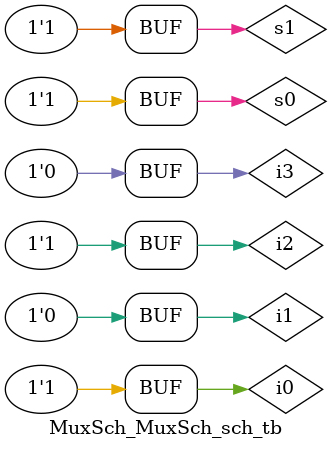
<source format=v>

`timescale 1ns / 1ps

module MuxSch_MuxSch_sch_tb();


// Inputs
	reg s1;
	reg s0;
	reg i0;
	reg i1;
	reg i2;
	reg i3;

	// Outputs
	wire d;

	// Instantiate the Unit Under Test (UUT)
	MuxSch uut (
		.s1(s1), 
		.s0(s0),
		.i0(i0), 
		.i1(i1), 
		.i2(i2), 
		.i3(i3), 
		.d(d)
	);

	initial begin
i0 = 1;
i1 = 0;
i2 = 1;
i3 = 0;
s1 = 0;
s0 = 0;
#100;
$display("TC11 ");
if ( d != i0 ) $display ("Result is wrong");
s1 = 0;
s0 = 1;
#100;
$display("TC12 ");
if ( d != i1 ) $display ("Result is wrong");
s1 = 1;
s0 = 0;
#100;
$display("TC13 ");
if ( d != i2 ) $display ("Result is wrong");
s1 = 1;
s0 = 1;
#100;
$display("TC14 ");
if ( d != i3 ) $display ("Result is wrong");
 // Your test cases

end
endmodule
</source>
